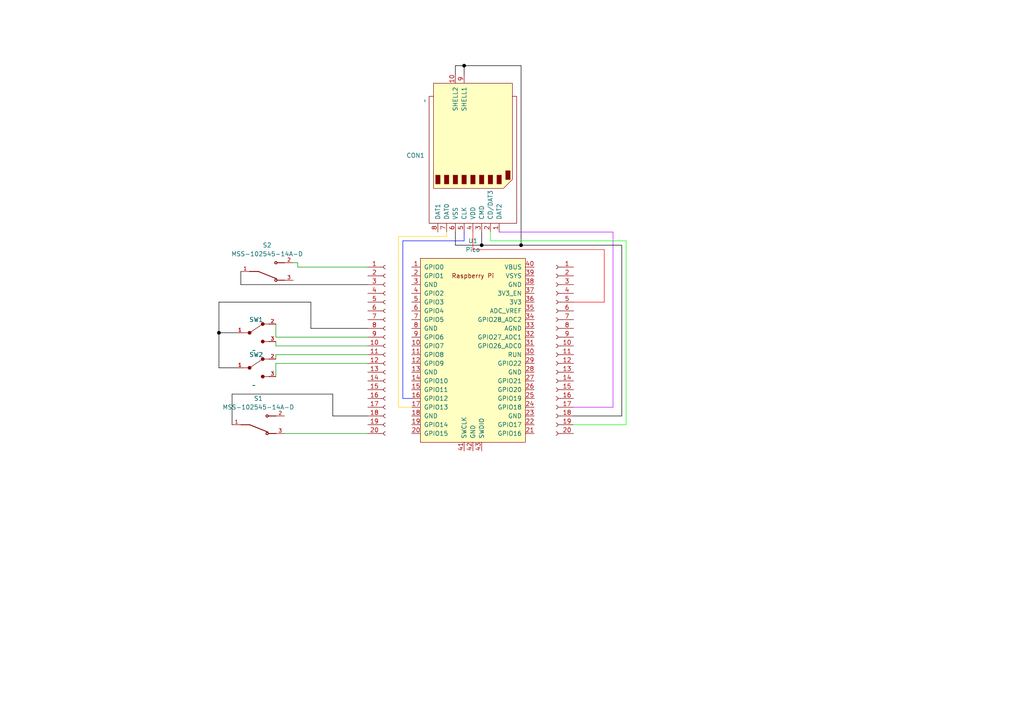
<source format=kicad_sch>
(kicad_sch (version 20230121) (generator eeschema)
  (paper "A4")
  (lib_symbols
    (symbol "Connector:Conn_01x20_Female" (pin_names (offset 1.016) hide)
      (property "Reference" "J" (at 0 25.4 0))
      (property "Value" "Conn_01x20_Female" (at 0 -27.94 0))
      (symbol "Conn_01x20_Female_1_1"
        (arc (start 0 -24.892) (mid -0.5058 -25.4) (end 0 -25.908) (stroke (width 0.1524)))
        (arc (start 0 -22.352) (mid -0.5058 -22.86) (end 0 -23.368) (stroke (width 0.1524)))
        (arc (start 0 -19.812) (mid -0.5058 -20.32) (end 0 -20.828) (stroke (width 0.1524)))
        (arc (start 0 -17.272) (mid -0.5058 -17.78) (end 0 -18.288) (stroke (width 0.1524)))
        (arc (start 0 -14.732) (mid -0.5058 -15.24) (end 0 -15.748) (stroke (width 0.1524)))
        (arc (start 0 -12.192) (mid -0.5058 -12.7) (end 0 -13.208) (stroke (width 0.1524)))
        (arc (start 0 -9.652) (mid -0.5058 -10.16) (end 0 -10.668) (stroke (width 0.1524)))
        (arc (start 0 -7.112) (mid -0.5058 -7.62) (end 0 -8.128) (stroke (width 0.1524)))
        (arc (start 0 -4.572) (mid -0.5058 -5.08) (end 0 -5.588) (stroke (width 0.1524)))
        (arc (start 0 -2.032) (mid -0.5058 -2.54) (end 0 -3.048) (stroke (width 0.1524)))
        (polyline (pts (xy -1.27 -25.4) (xy -0.508 -25.4)) (stroke (width 0.1524)))
        (polyline (pts (xy -1.27 -22.86) (xy -0.508 -22.86)) (stroke (width 0.1524)))
        (polyline (pts (xy -1.27 -20.32) (xy -0.508 -20.32)) (stroke (width 0.1524)))
        (polyline (pts (xy -1.27 -17.78) (xy -0.508 -17.78)) (stroke (width 0.1524)))
        (polyline (pts (xy -1.27 -15.24) (xy -0.508 -15.24)) (stroke (width 0.1524)))
        (polyline (pts (xy -1.27 -12.7) (xy -0.508 -12.7)) (stroke (width 0.1524)))
        (polyline (pts (xy -1.27 -10.16) (xy -0.508 -10.16)) (stroke (width 0.1524)))
        (polyline (pts (xy -1.27 -7.62) (xy -0.508 -7.62)) (stroke (width 0.1524)))
        (polyline (pts (xy -1.27 -5.08) (xy -0.508 -5.08)) (stroke (width 0.1524)))
        (polyline (pts (xy -1.27 -2.54) (xy -0.508 -2.54)) (stroke (width 0.1524)))
        (polyline (pts (xy -1.27 0) (xy -0.508 0)) (stroke (width 0.1524)))
        (polyline (pts (xy -1.27 2.54) (xy -0.508 2.54)) (stroke (width 0.1524)))
        (polyline (pts (xy -1.27 5.08) (xy -0.508 5.08)) (stroke (width 0.1524)))
        (polyline (pts (xy -1.27 7.62) (xy -0.508 7.62)) (stroke (width 0.1524)))
        (polyline (pts (xy -1.27 10.16) (xy -0.508 10.16)) (stroke (width 0.1524)))
        (polyline (pts (xy -1.27 12.7) (xy -0.508 12.7)) (stroke (width 0.1524)))
        (polyline (pts (xy -1.27 15.24) (xy -0.508 15.24)) (stroke (width 0.1524)))
        (polyline (pts (xy -1.27 17.78) (xy -0.508 17.78)) (stroke (width 0.1524)))
        (polyline (pts (xy -1.27 20.32) (xy -0.508 20.32)) (stroke (width 0.1524)))
        (polyline (pts (xy -1.27 22.86) (xy -0.508 22.86)) (stroke (width 0.1524)))
        (arc (start 0 0.508) (mid -0.5058 0) (end 0 -0.508) (stroke (width 0.1524)))
        (arc (start 0 3.048) (mid -0.5058 2.54) (end 0 2.032) (stroke (width 0.1524)))
        (arc (start 0 5.588) (mid -0.5058 5.08) (end 0 4.572) (stroke (width 0.1524)))
        (arc (start 0 8.128) (mid -0.5058 7.62) (end 0 7.112) (stroke (width 0.1524)))
        (arc (start 0 10.668) (mid -0.5058 10.16) (end 0 9.652) (stroke (width 0.1524)))
        (arc (start 0 13.208) (mid -0.5058 12.7) (end 0 12.192) (stroke (width 0.1524)))
        (arc (start 0 15.748) (mid -0.5058 15.24) (end 0 14.732) (stroke (width 0.1524)))
        (arc (start 0 18.288) (mid -0.5058 17.78) (end 0 17.272) (stroke (width 0.1524)))
        (arc (start 0 20.828) (mid -0.5058 20.32) (end 0 19.812) (stroke (width 0.1524)))
        (arc (start 0 23.368) (mid -0.5058 22.86) (end 0 22.352) (stroke (width 0.1524)))
        (pin passive line (at -5.08 22.86 0) (length 3.81) (name "Pin_1") (number "1"))
        (pin passive line (at -5.08 0 0) (length 3.81) (name "Pin_10") (number "10"))
        (pin passive line (at -5.08 -2.54 0) (length 3.81) (name "Pin_11") (number "11"))
        (pin passive line (at -5.08 -5.08 0) (length 3.81) (name "Pin_12") (number "12"))
        (pin passive line (at -5.08 -7.62 0) (length 3.81) (name "Pin_13") (number "13"))
        (pin passive line (at -5.08 -10.16 0) (length 3.81) (name "Pin_14") (number "14"))
        (pin passive line (at -5.08 -12.7 0) (length 3.81) (name "Pin_15") (number "15"))
        (pin passive line (at -5.08 -15.24 0) (length 3.81) (name "Pin_16") (number "16"))
        (pin passive line (at -5.08 -17.78 0) (length 3.81) (name "Pin_17") (number "17"))
        (pin passive line (at -5.08 -20.32 0) (length 3.81) (name "Pin_18") (number "18"))
        (pin passive line (at -5.08 -22.86 0) (length 3.81) (name "Pin_19") (number "19"))
        (pin passive line (at -5.08 20.32 0) (length 3.81) (name "Pin_2") (number "2"))
        (pin passive line (at -5.08 -25.4 0) (length 3.81) (name "Pin_20") (number "20"))
        (pin passive line (at -5.08 17.78 0) (length 3.81) (name "Pin_3") (number "3"))
        (pin passive line (at -5.08 15.24 0) (length 3.81) (name "Pin_4") (number "4"))
        (pin passive line (at -5.08 12.7 0) (length 3.81) (name "Pin_5") (number "5"))
        (pin passive line (at -5.08 10.16 0) (length 3.81) (name "Pin_6") (number "6"))
        (pin passive line (at -5.08 7.62 0) (length 3.81) (name "Pin_7") (number "7"))
        (pin passive line (at -5.08 5.08 0) (length 3.81) (name "Pin_8") (number "8"))
        (pin passive line (at -5.08 2.54 0) (length 3.81) (name "Pin_9") (number "9"))
      )
    )
    (symbol "MCU_RPi_Pico:Pico" (pin_names (offset 1.016))
      (property "Reference" "U" (at -13.97 27.94 0))
      (property "Value" "Pico" (at 0 19.05 0))
      (symbol "Pico_0_0"
        (text "Raspberry Pi" (at 0 21.59 0) (effects (font (size 1.27 1.27))))
      )
      (symbol "Pico_0_1"
        (rectangle (start -15.24 26.67) (end 15.24 -26.67) (fill (type background)))
      )
      (symbol "Pico_1_1"
        (pin bidirectional line (at -17.78 24.13 0) (length 2.54) (name "GPIO0") (number "1"))
        (pin bidirectional line (at -17.78 1.27 0) (length 2.54) (name "GPIO7") (number "10"))
        (pin bidirectional line (at -17.78 -1.27 0) (length 2.54) (name "GPIO8") (number "11"))
        (pin bidirectional line (at -17.78 -3.81 0) (length 2.54) (name "GPIO9") (number "12"))
        (pin power_in line (at -17.78 -6.35 0) (length 2.54) (name "GND") (number "13"))
        (pin bidirectional line (at -17.78 -8.89 0) (length 2.54) (name "GPIO10") (number "14"))
        (pin bidirectional line (at -17.78 -11.43 0) (length 2.54) (name "GPIO11") (number "15"))
        (pin bidirectional line (at -17.78 -13.97 0) (length 2.54) (name "GPIO12") (number "16"))
        (pin bidirectional line (at -17.78 -16.51 0) (length 2.54) (name "GPIO13") (number "17"))
        (pin power_in line (at -17.78 -19.05 0) (length 2.54) (name "GND") (number "18"))
        (pin bidirectional line (at -17.78 -21.59 0) (length 2.54) (name "GPIO14") (number "19"))
        (pin bidirectional line (at -17.78 21.59 0) (length 2.54) (name "GPIO1") (number "2"))
        (pin bidirectional line (at -17.78 -24.13 0) (length 2.54) (name "GPIO15") (number "20"))
        (pin bidirectional line (at 17.78 -24.13 180) (length 2.54) (name "GPIO16") (number "21"))
        (pin bidirectional line (at 17.78 -21.59 180) (length 2.54) (name "GPIO17") (number "22"))
        (pin power_in line (at 17.78 -19.05 180) (length 2.54) (name "GND") (number "23"))
        (pin bidirectional line (at 17.78 -16.51 180) (length 2.54) (name "GPIO18") (number "24"))
        (pin bidirectional line (at 17.78 -13.97 180) (length 2.54) (name "GPIO19") (number "25"))
        (pin bidirectional line (at 17.78 -11.43 180) (length 2.54) (name "GPIO20") (number "26"))
        (pin bidirectional line (at 17.78 -8.89 180) (length 2.54) (name "GPIO21") (number "27"))
        (pin power_in line (at 17.78 -6.35 180) (length 2.54) (name "GND") (number "28"))
        (pin bidirectional line (at 17.78 -3.81 180) (length 2.54) (name "GPIO22") (number "29"))
        (pin power_in line (at -17.78 19.05 0) (length 2.54) (name "GND") (number "3"))
        (pin input line (at 17.78 -1.27 180) (length 2.54) (name "RUN") (number "30"))
        (pin bidirectional line (at 17.78 1.27 180) (length 2.54) (name "GPIO26_ADC0") (number "31"))
        (pin bidirectional line (at 17.78 3.81 180) (length 2.54) (name "GPIO27_ADC1") (number "32"))
        (pin power_in line (at 17.78 6.35 180) (length 2.54) (name "AGND") (number "33"))
        (pin bidirectional line (at 17.78 8.89 180) (length 2.54) (name "GPIO28_ADC2") (number "34"))
        (pin unspecified line (at 17.78 11.43 180) (length 2.54) (name "ADC_VREF") (number "35"))
        (pin unspecified line (at 17.78 13.97 180) (length 2.54) (name "3V3") (number "36"))
        (pin input line (at 17.78 16.51 180) (length 2.54) (name "3V3_EN") (number "37"))
        (pin bidirectional line (at 17.78 19.05 180) (length 2.54) (name "GND") (number "38"))
        (pin unspecified line (at 17.78 21.59 180) (length 2.54) (name "VSYS") (number "39"))
        (pin bidirectional line (at -17.78 16.51 0) (length 2.54) (name "GPIO2") (number "4"))
        (pin unspecified line (at 17.78 24.13 180) (length 2.54) (name "VBUS") (number "40"))
        (pin input line (at -2.54 -29.21 90) (length 2.54) (name "SWCLK") (number "41"))
        (pin power_in line (at 0 -29.21 90) (length 2.54) (name "GND") (number "42"))
        (pin bidirectional line (at 2.54 -29.21 90) (length 2.54) (name "SWDIO") (number "43"))
        (pin bidirectional line (at -17.78 13.97 0) (length 2.54) (name "GPIO3") (number "5"))
        (pin bidirectional line (at -17.78 11.43 0) (length 2.54) (name "GPIO4") (number "6"))
        (pin bidirectional line (at -17.78 8.89 0) (length 2.54) (name "GPIO5") (number "7"))
        (pin power_in line (at -17.78 6.35 0) (length 2.54) (name "GND") (number "8"))
        (pin bidirectional line (at -17.78 3.81 0) (length 2.54) (name "GPIO6") (number "9"))
      )
    )
    (symbol "MSS-102545-14A-D:MSS-102545-14A-D" (pin_names (offset 1.016) hide)
      (property "Reference" "S" (at -2.54 5.08 0))
      (property "Value" "MSS-102545-14A-D" (at -2.54 -5.08 0))
      (symbol "MSS-102545-14A-D_0_0"
        (polyline (pts (xy -2.54 0) (xy -5.08 0)) (stroke (width 0.254)))
        (polyline (pts (xy -2.54 0) (xy 2.794 -2.1336)) (stroke (width 0.254)))
        (polyline (pts (xy 5.08 -2.54) (xy 2.921 -2.54)) (stroke (width 0.254)))
        (polyline (pts (xy 5.08 2.54) (xy 2.921 2.54)) (stroke (width 0.254)))
        (circle (center 2.54 -2.54) (radius 0.3302) (stroke (width 0.254)))
        (circle (center 2.54 2.54) (radius 0.3302) (stroke (width 0.254)))
        (pin passive line (at -7.62 0 0) (length 2.54) (name "~") (number "1"))
        (pin passive line (at 7.62 2.54 180) (length 2.54) (name "~") (number "2"))
        (pin passive line (at 7.62 -2.54 180) (length 2.54) (name "~") (number "3"))
      )
    )
    (symbol "PCM_4ms_Connector:microSDCon_Vert_TH_PJS008U-3000" (pin_names (offset 1.016))
      (property "Reference" "CON" (at -16.51 13.97 0))
      (symbol "microSDCon_Vert_TH_PJS008U-3000_0_1"
        (rectangle (start -8.89 -9.525) (end -6.35 -10.795) (fill (type outline)))
        (rectangle (start -8.89 -6.985) (end -6.35 -8.255) (fill (type outline)))
        (rectangle (start -8.89 -4.445) (end -6.35 -5.715) (fill (type outline)))
        (rectangle (start -8.89 -1.905) (end -6.35 -3.175) (fill (type outline)))
        (rectangle (start -8.89 0.635) (end -6.35 -0.635) (fill (type outline)))
        (rectangle (start -8.89 3.175) (end -6.35 1.905) (fill (type outline)))
        (rectangle (start -8.89 5.715) (end -6.35 4.445) (fill (type outline)))
        (rectangle (start -8.89 8.255) (end -6.35 6.985) (fill (type outline)))
        (rectangle (start -7.62 10.795) (end -5.08 9.525) (fill (type outline)))
        (polyline (pts (xy -10.16 8.89) (xy -7.62 11.43) (xy 20.32 11.43) (xy 20.32 -11.43) (xy -10.16 -11.43) (xy -10.16 8.89)) (fill (type background)))
        (polyline (pts (xy 16.51 11.43) (xy 16.51 12.7) (xy -20.32 12.7) (xy -20.32 -12.7) (xy 16.51 -12.7) (xy 16.51 -11.43)))
      )
      (symbol "microSDCon_Vert_TH_PJS008U-3000_1_1"
        (pin input line (at -22.86 7.62 0) (length 2.54) (name "DAT2") (number "1"))
        (pin input line (at 22.86 -5.08 180) (length 2.54) (name "SHELL2") (number "10"))
        (pin input line (at -22.86 5.08 0) (length 2.54) (name "CD/DAT3") (number "2"))
        (pin input line (at -22.86 2.54 0) (length 2.54) (name "CMD") (number "3"))
        (pin input line (at -22.86 0 0) (length 2.54) (name "VDD") (number "4"))
        (pin input line (at -22.86 -2.54 0) (length 2.54) (name "CLK") (number "5"))
        (pin input line (at -22.86 -5.08 0) (length 2.54) (name "VSS") (number "6"))
        (pin input line (at -22.86 -7.62 0) (length 2.54) (name "DAT0") (number "7"))
        (pin input line (at -22.86 -10.16 0) (length 2.54) (name "DAT1") (number "8"))
        (pin input line (at 22.86 -2.54 180) (length 2.54) (name "SHELL1") (number "9"))
      )
    )
    (symbol "PCM_CB_Devices:Slide_Switch_SPDT_P3mm_10x5x10mm"
      (property "Reference" "SW" (at 0 6.35 0))
      (symbol "Slide_Switch_SPDT_P3mm_10x5x10mm_0_1"
        (circle (center -2.54 0) (radius 0.4579) (fill (type outline)))
        (polyline (pts (xy -4.445 0) (xy -3.048 0)))
        (polyline (pts (xy -2.54 0) (xy 1.27 2.54)))
        (polyline (pts (xy 1.778 -2.54) (xy 3.175 -2.54)))
        (polyline (pts (xy 1.778 2.54) (xy 3.175 2.54)))
        (circle (center 1.27 -2.54) (radius 0.4579) (fill (type outline)))
        (circle (center 1.27 2.54) (radius 0.4579) (fill (type outline)))
      )
      (symbol "Slide_Switch_SPDT_P3mm_10x5x10mm_1_1"
        (pin passive line (at -6.35 0 0) (length 2) (name "") (number "1"))
        (pin passive line (at 5.08 2.54 180) (length 2) (name "") (number "2"))
        (pin passive line (at 5.08 -2.54 180) (length 2) (name "") (number "3"))
      )
    )
  )
  (junction (at 63.5 96.52) (color 0 0 0 1))
  (junction (at 139.7 71.12) (color 0 0 0 1))
  (junction (at 134.62 19.05) (color 0 0 0 1))
  (junction (at 151.13 71.12) (color 0 0 0 1))
  (wire (pts (xy 166.37 120.65) (xy 180.34 120.65)) (stroke (width 0) (color 0 0 0 1)))
  (wire (pts (xy 63.5 87.63) (xy 63.5 96.52)) (stroke (width 0) (color 0 0 0 1)))
  (wire (pts (xy 96.52 120.65) (xy 96.52 114.3)) (stroke (width 0) (color 0 0 0 1)))
  (wire (pts (xy 63.5 96.52) (xy 63.5 106.68)) (stroke (width 0) (color 0 0 0 1)))
  (wire (pts (xy 80.01 109.22) (xy 80.01 105.41)))
  (wire (pts (xy 63.5 106.68) (xy 68.58 106.68)) (stroke (width 0) (color 0 0 0 1)))
  (wire (pts (xy 151.13 19.05) (xy 151.13 71.12)) (stroke (width 0) (color 0 0 0 1)))
  (wire (pts (xy 67.31 114.3) (xy 67.31 123.19)) (stroke (width 0) (color 0 0 0 1)))
  (wire (pts (xy 166.37 123.19) (xy 181.61 123.19)) (stroke (width 0) (color 0 255 0 1)))
  (wire (pts (xy 116.84 69.85) (xy 116.84 115.57)) (stroke (width 0) (color 0 0 255 1)))
  (wire (pts (xy 86.36 77.47) (xy 106.68 77.47)))
  (wire (pts (xy 134.62 69.85) (xy 116.84 69.85)) (stroke (width 0) (color 0 0 255 1)))
  (wire (pts (xy 134.62 19.05) (xy 134.62 21.59)) (stroke (width 0) (color 0 0 0 1)))
  (wire (pts (xy 132.08 71.12) (xy 139.7 71.12)) (stroke (width 0) (color 0 0 0 1)))
  (wire (pts (xy 177.8 67.31) (xy 177.8 118.11)) (stroke (width 0) (color 184 0 255 1)))
  (wire (pts (xy 106.68 120.65) (xy 96.52 120.65)) (stroke (width 0) (color 0 0 0 1)))
  (wire (pts (xy 132.08 19.05) (xy 134.62 19.05)) (stroke (width 0) (color 0 0 0 1)))
  (wire (pts (xy 137.16 72.39) (xy 175.26 72.39)) (stroke (width 0) (color 255 0 0 1)))
  (wire (pts (xy 80.01 100.33) (xy 106.68 100.33)))
  (wire (pts (xy 181.61 69.85) (xy 181.61 123.19)) (stroke (width 0) (color 0 255 0 1)))
  (wire (pts (xy 139.7 67.31) (xy 139.7 71.12)) (stroke (width 0) (color 0 0 0 1)))
  (wire (pts (xy 129.54 68.58) (xy 115.57 68.58)) (stroke (width 0) (color 255 216 0 1)))
  (wire (pts (xy 142.24 69.85) (xy 181.61 69.85)) (stroke (width 0) (color 0 255 0 1)))
  (wire (pts (xy 80.01 104.14) (xy 80.01 102.87)))
  (wire (pts (xy 63.5 96.52) (xy 68.58 96.52)) (stroke (width 0) (color 0 0 0 1)))
  (wire (pts (xy 106.68 125.73) (xy 82.55 125.73)))
  (wire (pts (xy 90.17 87.63) (xy 63.5 87.63)) (stroke (width 0) (color 0 0 0 1)))
  (wire (pts (xy 134.62 19.05) (xy 151.13 19.05)) (stroke (width 0) (color 0 0 0 1)))
  (wire (pts (xy 85.09 76.2) (xy 86.36 76.2)))
  (wire (pts (xy 134.62 67.31) (xy 134.62 69.85)) (stroke (width 0) (color 0 0 255 1)))
  (wire (pts (xy 129.54 67.31) (xy 129.54 68.58)) (stroke (width 0) (color 255 216 0 1)))
  (wire (pts (xy 96.52 114.3) (xy 67.31 114.3)) (stroke (width 0) (color 0 0 0 1)))
  (wire (pts (xy 166.37 87.63) (xy 175.26 87.63)) (stroke (width 0) (color 255 0 0 1)))
  (wire (pts (xy 80.01 102.87) (xy 106.68 102.87)))
  (wire (pts (xy 139.7 71.12) (xy 151.13 71.12)) (stroke (width 0) (color 0 0 0 1)))
  (wire (pts (xy 132.08 21.59) (xy 132.08 19.05)) (stroke (width 0) (color 0 0 0 1)))
  (wire (pts (xy 80.01 105.41) (xy 106.68 105.41)))
  (wire (pts (xy 80.01 97.79) (xy 106.68 97.79)))
  (wire (pts (xy 80.01 93.98) (xy 80.01 97.79)))
  (wire (pts (xy 69.85 82.55) (xy 106.68 82.55)) (stroke (width 0) (color 0 0 0 1)))
  (wire (pts (xy 137.16 67.31) (xy 137.16 72.39)) (stroke (width 0) (color 255 0 0 1)))
  (wire (pts (xy 86.36 76.2) (xy 86.36 77.47)))
  (wire (pts (xy 177.8 118.11) (xy 166.37 118.11)) (stroke (width 0) (color 184 0 255 1)))
  (wire (pts (xy 175.26 72.39) (xy 175.26 87.63)) (stroke (width 0) (color 255 0 0 1)))
  (wire (pts (xy 144.78 67.31) (xy 177.8 67.31)) (stroke (width 0) (color 184 0 255 1)))
  (wire (pts (xy 80.01 99.06) (xy 80.01 100.33)))
  (wire (pts (xy 115.57 68.58) (xy 115.57 118.11)) (stroke (width 0) (color 255 216 0 1)))
  (wire (pts (xy 151.13 71.12) (xy 180.34 71.12)) (stroke (width 0) (color 0 0 0 1)))
  (wire (pts (xy 115.57 118.11) (xy 119.38 118.11)) (stroke (width 0) (color 255 216 0 1)))
  (wire (pts (xy 106.68 95.25) (xy 90.17 95.25)) (stroke (width 0) (color 0 0 0 1)))
  (wire (pts (xy 69.85 78.74) (xy 69.85 82.55)) (stroke (width 0) (color 0 0 0 1)))
  (wire (pts (xy 180.34 71.12) (xy 180.34 120.65)) (stroke (width 0) (color 0 0 0 1)))
  (wire (pts (xy 90.17 95.25) (xy 90.17 87.63)) (stroke (width 0) (color 0 0 0 1)))
  (wire (pts (xy 142.24 67.31) (xy 142.24 69.85)) (stroke (width 0) (color 0 255 0 1)))
  (wire (pts (xy 132.08 71.12) (xy 132.08 67.31)) (stroke (width 0) (color 0 0 0 1)))
  (wire (pts (xy 116.84 115.57) (xy 119.38 115.57)) (stroke (width 0) (color 0 0 255 1)))
  (symbol (lib_id "MSS-102545-14A-D:MSS-102545-14A-D") (at 77.47 78.74 0) (unit 1)
    (property "Reference" "S2" (at 77.47 71.12 0))
    (property "Value" "MSS-102545-14A-D" (at 77.47 73.66 0))
    (property "Footprint" "MSS-102545-14A-D:SW_MSS-102545-14A-D" (effects hide))
    (property "STANDARD" "Manufacturer Recommendations" (effects hide))
    (property "PARTREV" "1.0" (effects hide))
    (property "MANUFACTURER" "CUI Devices" (effects hide))
    (property "MAXIMUM_PACKAGE_HEIGHT" "6.5 mm" (effects hide))
  )
  (symbol (lib_id "MCU_RPi_Pico:Pico") (at 137.16 101.6 0) (unit 1)
    (property "Reference" "U1" (at 137.16 69.85 0))
    (property "Value" "Pico" (at 137.16 72.39 0))
    (property "Footprint" "RPi_Pico:RPi_Pico_SMD_TH" (effects hide))
  )
  (symbol (lib_id "Connector:Conn_01x20_Female") (at 111.76 100.33 0) (unit 1)
    (property "Reference" "J1" (effects hide))
    (property "Value" "Conn_01x20_Female" (effects hide))
    (property "Footprint" "Connector_PinSocket_2.54mm:PinSocket_1x20_P2.54mm_Vertical" (effects hide))
  )
  (symbol (lib_id "Connector:Conn_01x20_Female") (at 161.29 100.33 0) (mirror y) (unit 1)
    (property "Reference" "J2" (effects hide))
    (property "Value" "Conn_01x20_Female" (effects hide))
    (property "Footprint" "Connector_PinSocket_2.54mm:PinSocket_1x20_P2.54mm_Vertical" (effects hide))
  )
  (symbol (lib_id "PCM_CB_Devices:Slide_Switch_SPDT_P3mm_10x5x10mm") (at 74.93 96.52 0) (unit 1)
    (property "Reference" "SW1" (at 74.295 92.71 0))
    (property "Value" "~" (at 73.66 101.6 0))
    (property "Footprint" "PCM_CB_Devices:Slide_Switch_SPDT_P3mm_10x5x10mm" (effects hide))
  )
  (symbol (lib_id "MSS-102545-14A-D:MSS-102545-14A-D") (at 74.93 123.19 0) (unit 1)
    (property "Reference" "S1" (at 74.93 115.57 0))
    (property "Value" "MSS-102545-14A-D" (at 74.93 118.11 0))
    (property "Footprint" "MSS-102545-14A-D:SW_MSS-102545-14A-D" (effects hide))
    (property "STANDARD" "Manufacturer Recommendations" (effects hide))
    (property "PARTREV" "1.0" (effects hide))
    (property "MANUFACTURER" "CUI Devices" (effects hide))
    (property "MAXIMUM_PACKAGE_HEIGHT" "6.5 mm" (effects hide))
  )
  (symbol (lib_id "PCM_4ms_Connector:microSDCon_Vert_TH_PJS008U-3000") (at 137.16 44.45 270) (mirror x) (unit 1)
    (property "Reference" "CON1" (at 123.19 45.085 90) (effects (justify right)))
    (property "Value" "~" (at 123.19 29.21 0))
    (property "Footprint" "PCM_4ms_Connector_Card:CardSlot_MicroSD_YamaichiPJS008U-3000" (effects hide))
  )
  (symbol (lib_id "PCM_CB_Devices:Slide_Switch_SPDT_P3mm_10x5x10mm") (at 74.93 106.68 0) (unit 1)
    (property "Reference" "SW2" (at 74.295 102.87 0))
    (property "Value" "~" (at 73.66 111.76 0))
    (property "Footprint" "PCM_CB_Devices:Slide_Switch_SPDT_P3mm_10x5x10mm" (effects hide))
  )
)
</source>
